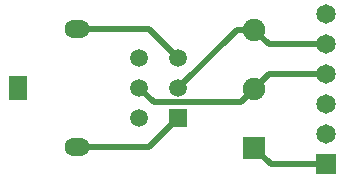
<source format=gtl>
%FSLAX33Y33*%
%MOMM*%
%AMRect-W1500000-H1500000-RO1.500*
21,1,1.5,1.5,0.,0.,90*%
%AMRect-W1650000-H1650000-RO1.000*
21,1,1.65,1.65,0.,0.,180*%
%AMRR-H1600000-W2100000-R800000-RO0.000*
21,1,0.5,1.6,0.,0.,360*
1,1,1.6,-0.25,0.*
1,1,1.6,0.25,0.*
1,1,1.6,0.25,-0.*
1,1,1.6,-0.25,0.*%
%AMRect-W1900000-H1900000-RO1.500*
21,1,1.9,1.9,0.,0.,90*%
%ADD10C,0.508*%
%ADD11C,1.5*%
%ADD12Rect-W1500000-H1500000-RO1.500*%
%ADD13C,1.65*%
%ADD14Rect-W1650000-H1650000-RO1.000*%
%ADD15R,1.6X2.1*%
%ADD16RR-H1600000-W2100000-R800000-RO0.000*%
%ADD17C,1.9*%
%ADD18Rect-W1900000-H1900000-RO1.500*%
D10*
%LNtop copper_traces*%
G01*
X14450Y13325D02*
X16950Y10825D01*
X14850Y7125D02*
X22225Y7125D01*
X24750Y1900D02*
X23375Y3275D01*
X8350Y3325D02*
X14450Y3325D01*
X22225Y7125D02*
X24620Y9520D01*
X29475Y1900D02*
X24750Y1900D01*
X21900Y13275D02*
X23375Y13275D01*
X29475Y9520D02*
X24620Y9520D01*
X24590Y12060D02*
X23375Y13275D01*
X8350Y13325D02*
X14450Y13325D01*
X16950Y8325D02*
X21900Y13275D01*
X14450Y3325D02*
X16950Y5825D01*
X29475Y12060D02*
X24590Y12060D01*
X14850Y7125D02*
X13650Y8325D01*
%LNtop copper component 371277481632569b*%
D11*
X16950Y8325D03*
X16950Y10825D03*
X13650Y10825D03*
X13650Y8325D03*
X13650Y5825D03*
D12*
X16950Y5825D03*
%LNtop copper component 88a1b529ef9425af*%
D13*
X29475Y4440D03*
X29475Y6980D03*
X29475Y9520D03*
X29475Y12060D03*
X29475Y14600D03*
D14*
X29475Y1900D03*
%LNtop copper component 74e201dee53170e3*%
D15*
X3350Y8325D03*
D16*
X8350Y3325D03*
X8350Y13325D03*
%LNtop copper component 7681f6a6543890c3*%
D17*
X23375Y8275D03*
X23375Y13275D03*
D18*
X23375Y3275D03*
M02*
</source>
